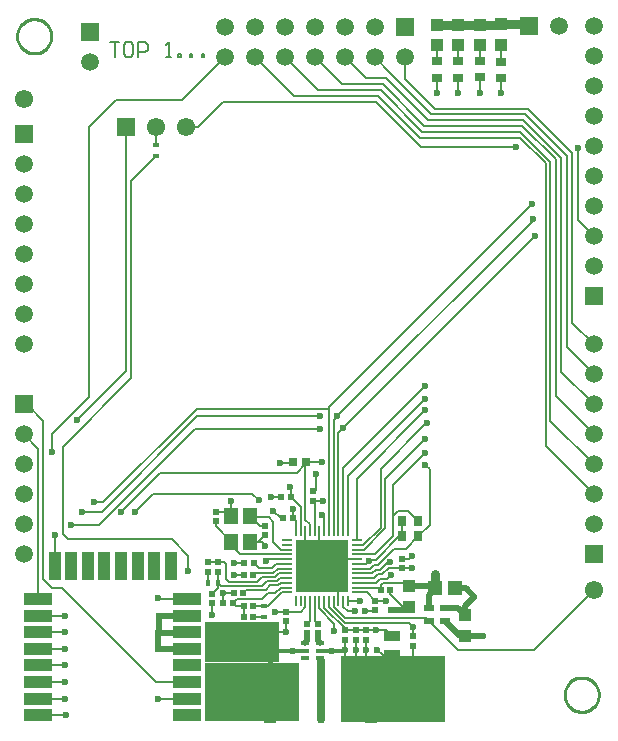
<source format=gbr>
%FSTAX23Y23*%
%MOMM*%
%SFA1B1*%

%IPPOS*%
%ADD10C,0.253999*%
%ADD11R,0.699999X0.899998*%
%ADD12R,0.519999X0.519999*%
%ADD13R,0.899998X0.699999*%
%ADD14R,0.649999X0.749999*%
%ADD15R,1.099998X1.099998*%
%ADD16R,0.519999X0.519999*%
%ADD17R,1.349997X0.949998*%
%ADD18R,1.299997X1.149998*%
%ADD19R,0.549999X0.449999*%
%ADD20R,0.449999X0.549999*%
%ADD21R,1.149998X1.399997*%
%ADD22R,0.999998X0.999998*%
%ADD23R,0.799998X0.299999*%
%ADD24R,0.849998X0.599999*%
%ADD25R,0.200000X0.899998*%
%ADD26R,0.899998X0.200000*%
%ADD27R,4.399991X4.399991*%
%ADD28R,1.019998X4.749991*%
%ADD29R,0.509999X1.909996*%
%ADD30R,0.999998X2.450095*%
%ADD31R,2.450095X0.999998*%
%ADD32C,0.200000*%
%ADD33C,0.299999*%
%ADD34C,0.799998*%
%ADD35C,0.499999*%
%ADD36C,0.749999*%
%ADD37C,0.203200*%
%ADD38C,0.534999*%
%ADD39C,0.699999*%
%ADD40C,0.150000*%
%ADD41R,8.049984X5.024990*%
%ADD42R,8.774982X5.674989*%
%ADD43R,6.224988X3.499993*%
%ADD44R,1.499997X1.499997*%
%ADD45C,1.499997*%
%ADD46C,1.549997*%
%ADD47R,1.549997X1.549997*%
%ADD48R,1.499997X1.499997*%
%ADD49C,0.599999*%
G54D10*
X50175Y02424D02*
D01*
X50171Y02526*
X50161Y02626*
X50143Y02726*
X50119Y02824*
X50087Y0292*
X50049Y03014*
X50005Y03105*
X49954Y03193*
X49898Y03277*
X49835Y03357*
X49768Y03432*
X49695Y03502*
X49617Y03567*
X49535Y03627*
X4945Y0368*
X4936Y03728*
X49268Y03769*
X49173Y03804*
X49075Y03832*
X48976Y03853*
X48876Y03867*
X48775Y03874*
X48674*
X48573Y03867*
X48473Y03853*
X48374Y03832*
X48276Y03804*
X48181Y03769*
X48089Y03728*
X47999Y0368*
X47914Y03627*
X47832Y03567*
X47754Y03502*
X47681Y03432*
X47614Y03357*
X47551Y03277*
X47495Y03193*
X47444Y03105*
X474Y03014*
X47362Y0292*
X4733Y02824*
X47306Y02726*
X47288Y02626*
X47278Y02526*
X47274Y02424*
X47278Y02323*
X47288Y02223*
X47306Y02123*
X4733Y02025*
X47362Y01928*
X474Y01835*
X47444Y01744*
X47495Y01656*
X47551Y01572*
X47614Y01492*
X47681Y01417*
X47754Y01347*
X47832Y01282*
X47914Y01222*
X47999Y01169*
X48089Y01121*
X48181Y0108*
X48276Y01045*
X48374Y01017*
X48473Y00996*
X48573Y00982*
X48674Y00975*
X48775*
X48876Y00982*
X48976Y00996*
X49075Y01017*
X49173Y01045*
X49268Y0108*
X4936Y01121*
X4945Y01169*
X49535Y01222*
X49617Y01282*
X49695Y01347*
X49768Y01417*
X49835Y01492*
X49898Y01572*
X49954Y01656*
X50005Y01744*
X50049Y01835*
X50087Y01928*
X50119Y02025*
X50143Y02123*
X50161Y02223*
X50171Y02323*
X50175Y02424*
X03825Y58174D02*
D01*
X03821Y58276*
X03811Y58376*
X03793Y58476*
X03769Y58574*
X03737Y5867*
X03699Y58764*
X03655Y58855*
X03604Y58943*
X03548Y59027*
X03485Y59107*
X03418Y59182*
X03345Y59252*
X03267Y59317*
X03185Y59377*
X031Y5943*
X0301Y59478*
X02918Y59519*
X02823Y59554*
X02725Y59582*
X02626Y59603*
X02526Y59617*
X02425Y59624*
X02324*
X02223Y59617*
X02123Y59603*
X02024Y59582*
X01926Y59554*
X01831Y59519*
X01739Y59478*
X01649Y5943*
X01564Y59377*
X01482Y59317*
X01404Y59252*
X01331Y59182*
X01264Y59107*
X01201Y59027*
X01145Y58943*
X01094Y58855*
X0105Y58764*
X01012Y5867*
X0098Y58574*
X00956Y58476*
X00938Y58376*
X00928Y58276*
X00924Y58174*
X00928Y58073*
X00938Y57973*
X00956Y57873*
X0098Y57775*
X01012Y57678*
X0105Y57585*
X01094Y57494*
X01145Y57406*
X01201Y57322*
X01264Y57242*
X01331Y57167*
X01404Y57097*
X01482Y57032*
X01564Y56972*
X01649Y56919*
X01739Y56871*
X01831Y5683*
X01926Y56795*
X02024Y56767*
X02123Y56746*
X02223Y56732*
X02324Y56725*
X02425*
X02526Y56732*
X02626Y56746*
X02725Y56767*
X02823Y56795*
X02918Y5683*
X0301Y56871*
X031Y56919*
X03185Y56972*
X03267Y57032*
X03345Y57097*
X03418Y57167*
X03485Y57242*
X03548Y57322*
X03604Y57406*
X03655Y57494*
X03699Y57585*
X03737Y57678*
X03769Y57775*
X03793Y57873*
X03811Y57973*
X03821Y58073*
X03825Y58174*
G54D11*
X33499Y15824D03*
X34899D03*
X33474Y17124D03*
X34874D03*
G54D12*
X33499Y13149D03*
Y13949D03*
X25974Y18849D03*
Y19649D03*
X31249Y10399D03*
Y09599D03*
X34474Y07374D03*
Y06574D03*
X17424Y10949D03*
Y10149D03*
X17049Y13649D03*
Y12849D03*
X17974Y13649D03*
Y12849D03*
X23674Y09449D03*
Y08649D03*
X21924Y16724D03*
Y15924D03*
X17749Y17124D03*
Y17924D03*
X29599Y07874D03*
Y07074D03*
X30474Y07874D03*
Y07074D03*
X26374Y08424D03*
Y07624D03*
X25474Y08424D03*
Y07624D03*
X28724Y07074D03*
Y07874D03*
G54D13*
X36474Y54649D03*
Y56049D03*
X40091Y54699D03*
Y56099D03*
X38283Y54649D03*
Y56049D03*
X41899Y54624D03*
Y56024D03*
G54D14*
X24249Y22099D03*
X25349D03*
G54D15*
X34149Y09849D03*
Y11649D03*
X38849Y09199D03*
Y07399D03*
G54D16*
X31699Y11299D03*
X32499D03*
X24074Y19149D03*
X23274D03*
X24274Y17349D03*
X23474D03*
X20899Y09899D03*
X20099D03*
X19174Y10149D03*
X18374D03*
X20099Y08999D03*
X20899D03*
X20049Y11049D03*
X19249D03*
X20899Y12599D03*
X20099D03*
X20949Y13599D03*
X20149D03*
G54D17*
X32674Y05774D03*
Y07374D03*
G54D18*
X36324Y11424D03*
X38024D03*
G54D19*
X21799Y08999D03*
Y09899D03*
X127Y48049D03*
Y48949D03*
G54D20*
X17049Y11899D03*
X17949D03*
G54D21*
X19074Y17549D03*
Y15349D03*
X20674Y17549D03*
Y15349D03*
G54D22*
X38283Y57449D03*
Y59149D03*
X36474Y57449D03*
Y59149D03*
X40091Y57449D03*
Y59149D03*
X419Y57474D03*
Y59174D03*
G54D23*
X25274Y05499D03*
Y06124D03*
Y06774D03*
X26574Y05499D03*
Y06124D03*
Y06774D03*
G54D24*
X37124Y08674D03*
X35774D03*
X37124Y09774D03*
X35774D03*
G54D25*
X28924Y16249D03*
X28124D03*
X27324D03*
X26524D03*
X25724D03*
X24924D03*
X24524D03*
X25324D03*
X26124D03*
X26924D03*
X27724D03*
X28524D03*
X24524Y10349D03*
X25324D03*
X26124D03*
X26924D03*
X27724D03*
X28524D03*
X28924D03*
X28124D03*
X27324D03*
X26524D03*
X25724D03*
X24924D03*
G54D26*
X29674Y11099D03*
Y11899D03*
Y127D03*
Y13499D03*
Y14299D03*
Y15099D03*
Y15499D03*
Y14699D03*
Y13899D03*
Y13099D03*
Y12299D03*
Y11499D03*
X23774Y15099D03*
Y14299D03*
Y13499D03*
Y127D03*
Y11899D03*
Y11099D03*
Y11499D03*
Y12299D03*
Y13099D03*
Y13899D03*
Y14699D03*
Y15499D03*
G54D27*
X26724Y13299D03*
G54D28*
X22379Y02374D03*
X30879D03*
G54D29*
X26629Y00954D03*
G54D30*
X12525Y13299D03*
X13925D03*
X11124D03*
X09724D03*
X08325D03*
X06925D03*
X05525D03*
X04125D03*
G54D31*
X15325Y10499D03*
Y091D03*
Y07699D03*
Y06299D03*
Y04899D03*
Y03499D03*
X02724Y10499D03*
Y091D03*
Y07699D03*
Y06299D03*
Y04899D03*
Y021D03*
Y03499D03*
X15325Y021D03*
Y007D03*
X02724D03*
G54D32*
X05999Y25649D02*
Y25699D01*
X10149Y29849*
X43499Y50099D02*
X46049Y47549D01*
X35199Y50099D02*
X43499D01*
X31699Y53599D02*
X35199Y50099D01*
X26724Y13299D02*
X27899Y12124D01*
X26524Y13499D02*
X26724Y13299D01*
X26524Y13499D02*
Y16249D01*
X29599Y06174D02*
Y07074D01*
X30474Y06174D02*
Y07074D01*
X25499Y14524D02*
X26524Y13499D01*
X21787Y15912D02*
X2185Y1585D01*
X04099Y13299D02*
Y15949D01*
X33739Y56399D02*
Y56499D01*
Y54559D02*
Y56399D01*
Y54559D02*
X36299Y51999D01*
X32499Y55099D02*
D01*
X31199Y56399D02*
X32499Y55099D01*
X30459Y54599D02*
X32199D01*
X28659Y56399D02*
X30459Y54599D01*
X28419Y54099D02*
X31899D01*
X26119Y56399D02*
X28419Y54099D01*
X26379Y53599D02*
X31699D01*
X23579Y56399D02*
X26379Y53599D01*
X24339Y53099D02*
X31499D01*
X21039Y56399D02*
X24339Y53099D01*
X14899Y52799D02*
X18499Y56399D01*
X09299Y52799D02*
X14899D01*
X26924Y16249D02*
Y17624D01*
X20849Y19399D02*
X21374Y18874D01*
X12399Y19399D02*
X20849D01*
X25349Y2205D02*
X25374Y22075D01*
X25716Y16249D02*
Y16858D01*
X09699Y17899D02*
X12999Y21199D01*
X15957Y24899D02*
X26599D01*
X07857Y16799D02*
X15957Y24899D01*
X05499Y16799D02*
X07857D01*
X03899Y24499D02*
X06999Y27599D01*
X03899Y22999D02*
Y24499D01*
X24599Y21199D02*
X25324Y21924D01*
X12999Y21199D02*
X24599D01*
X25349Y2205D02*
Y22099D01*
Y21949D02*
Y2205D01*
X25324Y21924D02*
Y2205D01*
Y17249D02*
Y21924D01*
X25349Y21949*
X23999Y19999D02*
X24074Y19924D01*
Y19149D02*
Y19924D01*
X35499Y21899D02*
X35899Y21499D01*
Y16824D02*
Y21499D01*
X34899Y15824D02*
X35899Y16824D01*
X32774Y20174D02*
X35499Y22899D01*
X32774Y17574D02*
Y20174D01*
X32099Y20699D02*
X35499Y24099D01*
X32099Y16515D02*
Y20699D01*
X36474Y53399D02*
Y54649D01*
X31699Y21565D02*
X35467Y25332D01*
X31699Y16574D02*
Y21565D01*
X29674Y20674D02*
X35499Y26499D01*
X28924Y20924D02*
X35499Y27499D01*
X30284Y14699D02*
X32099Y16515D01*
X29674Y14699D02*
X30284D01*
X30224Y15099D02*
X31699Y16574D01*
X29674Y15099D02*
X30224D01*
X29674Y15499D02*
Y20674D01*
X28524Y21624D02*
X35499Y28599D01*
X28924Y16249D02*
Y20924D01*
X28524Y16249D02*
Y21624D01*
X41899Y53399D02*
Y54624D01*
X40091Y53399D02*
Y54699D01*
X38283Y53399D02*
Y54649D01*
X33874Y14799D02*
X34899Y15824D01*
X32878Y14799D02*
X33874D01*
X32303Y14224D02*
X32878Y14799D01*
X32294Y14224D02*
X32303D01*
X31987Y13909D02*
Y13917D01*
X32294Y14224*
X31488Y13409D02*
X31987Y13909D01*
X30809Y13099D02*
X31119Y13409D01*
X31488*
X29674Y13099D02*
X30809D01*
X34049Y17949D02*
X34874Y17124D01*
X32774Y17574D02*
X33149Y17949D01*
X34049*
X32774Y15863D02*
Y17574D01*
X31211Y14299D02*
X32774Y15863D01*
X29674Y14299D02*
X31211D01*
X27999Y25999D02*
X44649Y42649D01*
X16199Y25999D02*
X26599D01*
X10899Y17899D02*
X12399Y19399D01*
X08099Y17899D02*
X16199Y25999D01*
X06399Y17899D02*
X08099D01*
X16119Y26619D02*
X27324D01*
Y26824*
X08199Y18699D02*
X16119Y26619D01*
X07399Y18699D02*
X08199D01*
X27324Y16249D02*
Y26619D01*
Y26824D02*
X44499Y43999D01*
X44599Y42642D02*
Y42699D01*
X28499Y24999D02*
X44799Y41299D01*
X28124Y24624D02*
X28499Y24999D01*
X28124Y16249D02*
Y24624D01*
X27724Y16249D02*
Y25724D01*
X27999Y25999*
X02724Y06299D02*
X04974D01*
X02724Y07699D02*
X04999D01*
X02724Y091D02*
X04999D01*
X02724Y03499D02*
X04999D01*
X02724Y10499D02*
Y23234D01*
Y007D02*
X05024D01*
X02724Y021D02*
X04974D01*
X02724Y04899D02*
X04949D01*
X04799Y23399D02*
X10599Y29199D01*
X04799Y15999D02*
Y23399D01*
Y15999D02*
X05224Y15574D01*
X13999*
X04999Y091D02*
X04999Y09099D01*
X04999Y07699D02*
X04999D01*
X04974Y06299D02*
X04999Y06324D01*
X25374Y22075D02*
D01*
X25349Y22099D02*
X26699D01*
X25324Y17249D02*
X25716Y16858D01*
X04999Y03499D02*
X04999Y03499D01*
X06999Y50499D02*
X09299Y52799D01*
X06999Y27599D02*
Y50499D01*
X10149Y29849D02*
Y50449D01*
X10599Y29199D02*
Y45949D01*
X35099Y48799D02*
X43199D01*
X31299Y52599D02*
X35099Y48799D01*
X48399Y42579D02*
Y48599D01*
Y42579D02*
X49759Y41219D01*
X48399Y48699D02*
X48599D01*
X47924Y33914D02*
Y48274D01*
X44199Y51999D02*
X47924Y48274D01*
Y33914D02*
X49759Y32079D01*
X18399Y52599D02*
X31299D01*
X16249Y50449D02*
X18399Y52599D01*
X15229Y50449D02*
X16249D01*
X34999Y49599D02*
X4354D01*
X31499Y53099D02*
X34999Y49599D01*
X35399Y50599D02*
X43699D01*
X31899Y54099D02*
X35399Y50599D01*
X35699Y51099D02*
X43799D01*
X32199Y54599D02*
X35699Y51099D01*
X35999Y51599D02*
X43899D01*
X32499Y55099D02*
X35999Y51599D01*
X36299Y51999D02*
X44199D01*
X43799Y51099D02*
X46999Y47899D01*
X43699Y50599D02*
X46524Y47774D01*
X4354Y49599D02*
X45699Y4744D01*
Y23439D02*
Y4744D01*
X46049Y25629D02*
Y47549D01*
X46524Y27694D02*
Y47774D01*
X47449Y31849D02*
Y48049D01*
X43899Y51599D02*
X47449Y48049D01*
X46999Y29759D02*
Y47899D01*
X45699Y23439D02*
X49759Y19379D01*
X41874Y59174D02*
X419D01*
X36474Y56049D02*
Y57449D01*
X28974Y10399D02*
X29999D01*
X28924Y10349D02*
X28974Y10399D01*
X28524Y09881D02*
Y10349D01*
X28906Y09499D02*
X29499D01*
X28524Y09881D02*
X28906Y09499D01*
X31884Y11884D02*
X33914D01*
X34149Y11649*
X31699Y11699D02*
X31884Y11884D01*
X31699Y11299D02*
Y11699D01*
X32499Y10974D02*
Y11299D01*
X31499Y11499D02*
X31699Y11299D01*
X32499D02*
Y11399D01*
Y10974D02*
X33624Y09849D01*
X34124Y08499D02*
X34474Y08149D01*
X28647Y08499D02*
X34124D01*
X27324Y09822D02*
X28647Y08499D01*
X35549Y08899D02*
X35774Y08674D01*
X28706Y08899D02*
X35549D01*
X27724Y09881D02*
X28706Y08899D01*
X12874Y02074D02*
X153D01*
X12725Y03499D02*
X15325D01*
X1295Y10499D02*
X15325D01*
X33302Y15824D02*
X33499D01*
X31287Y13809D02*
X33302Y15824D01*
X32324Y13699D02*
X32512D01*
X32399Y13149D02*
X33499D01*
X31859Y12609D02*
X32399Y13149D01*
X28737Y07949D02*
X28799D01*
X26924Y09762D02*
Y10349D01*
X27324Y09822D02*
Y10349D01*
X27724Y09881D02*
Y10349D01*
X26924Y09762D02*
X28737Y07949D01*
X35774Y08674D02*
X38224Y06224D01*
X22054Y12054D02*
X22929D01*
X21624Y11624D02*
X22054Y12054D01*
X18224Y11624D02*
X21624D01*
X21799Y09899D02*
X22153D01*
X22199Y10999D02*
X22794D01*
X21249Y11999D02*
X21629Y12379D01*
X22754*
X22794Y10999D02*
X23294Y11499D01*
X22153Y09899D02*
X23353Y11099D01*
X23774*
X23294Y11499D02*
X23774D01*
X23234Y11899D02*
X23774D01*
X22754Y12379D02*
X23074Y127D01*
X22929Y12054D02*
X23174Y12299D01*
X23009Y11674D02*
X23234Y11899D01*
X22374Y11674D02*
X23009D01*
X21999Y11299D02*
X22374Y11674D01*
X20299Y11299D02*
X21999D01*
X21699Y10499D02*
X22199Y10999D01*
X19524Y10499D02*
X21699D01*
X31616Y12209D02*
X32234D01*
X30759Y13809D02*
X31287D01*
X30699Y13749D02*
X30759Y13809D01*
X31634Y13009D02*
X32324Y13699D01*
X31285Y13009D02*
X31634D01*
X30975Y127D02*
X31285Y13009D01*
X29674Y127D02*
X30975D01*
X3145Y12609D02*
X31859D01*
X3114Y12299D02*
X3145Y12609D01*
X29674Y12299D02*
X3114D01*
X31306Y11899D02*
X31616Y12209D01*
X29674Y11899D02*
X31306D01*
X29674Y11499D02*
X31499D01*
X10599Y45949D02*
X127Y48049D01*
X12689Y48959D02*
X127Y48949D01*
X12689Y48959D02*
Y50449D01*
X03124Y12224D02*
X03849Y11499D01*
X03124Y12224D02*
Y25624D01*
X03849Y11499D02*
X04724D01*
X24924Y09449D02*
X25324Y09849D01*
X23674Y09449D02*
X24924D01*
X25324Y09849D02*
Y10349D01*
X46049Y25629D02*
X49759Y21919D01*
X46524Y27694D02*
X49759Y24459D01*
X46999Y29759D02*
X49759Y26999D01*
X47449Y31849D02*
X49759Y29539D01*
X24249Y17374D02*
Y18174D01*
X26199Y19749D02*
Y21074D01*
X26124Y19674D02*
X26199Y19749D01*
X13999Y15574D02*
X15374Y14199D01*
Y12924D02*
Y14199D01*
X33474Y15849D02*
X33499Y15824D01*
X33474Y15849D02*
Y17124D01*
X34124Y13949D02*
X34374Y14199D01*
X33499Y13949D02*
X34124D01*
X19424Y09899D02*
X20099D01*
X19174Y10149D02*
X19424Y09899D01*
X19174Y10149D02*
X19524Y10499D01*
X20899Y08999D02*
X21799D01*
X20899Y09899D02*
X21799D01*
X20099Y09249D02*
Y09899D01*
X17949Y11899D02*
X17974Y11924D01*
Y12849*
X18374Y10149D02*
Y11049D01*
X17949Y11899D02*
X18224Y11624D01*
X20049Y11049D02*
X20299Y11299D01*
X18374Y11049D02*
X19249D01*
X17049Y11899D02*
Y12849D01*
Y13649D02*
X17974D01*
X18424*
X18599Y12249D02*
X18849Y11999D01*
X18599Y12249D02*
Y13474D01*
X18424Y13649D02*
X18599Y13474D01*
X17949Y11474D02*
Y11899D01*
X17424Y10949D02*
X17949Y11474D01*
X33499Y13149D02*
X34374D01*
X34474Y07374D02*
Y08149D01*
X31895Y05774D02*
X32674D01*
X3142Y06249D02*
X31895Y05774D01*
X34474Y05056D02*
X34581Y04949D01*
X34474Y05056D02*
Y06574D01*
X32624Y04949D02*
X32674Y04999D01*
Y05774*
X32174Y07874D02*
X32674Y07374D01*
X31349Y07874D02*
X32174D01*
X32345Y04949D02*
X32624D01*
X32274Y0502D02*
X32345Y04949D01*
X30499Y05677D02*
Y06224D01*
X30474Y07874D02*
X31349D01*
X40091Y57449D02*
D01*
Y56099D02*
Y57449D01*
X38283Y56049D02*
Y57449D01*
X41899Y56024D02*
D01*
Y57474D01*
X17749Y16674D02*
X19074Y15349D01*
X21349D02*
X2185Y1585D01*
X18699Y17924D02*
X19074Y17549D01*
Y18749*
X26724Y17599D02*
X26899D01*
X26924Y17624*
X32234Y12209D02*
X32574Y12549D01*
X30399Y09499D02*
X31149D01*
X31249Y09599*
X26524Y09724D02*
Y10349D01*
X29674Y11099D02*
X30549D01*
X29674Y13499D02*
X30474D01*
X26724Y13299D02*
X27324Y13899D01*
X25324Y14699D02*
Y16249D01*
X22424Y19149D02*
X23274D01*
X24074D02*
X24924Y18299D01*
Y16249D02*
Y18299D01*
X24249Y17374D02*
X24274Y17349D01*
X23274D02*
X23474D01*
X22624Y17999D02*
X23274Y17349D01*
X24274D02*
X24524Y17099D01*
Y16249D02*
Y17099D01*
X27324Y13899D02*
X29674D01*
X33624Y09849D02*
X34149D01*
X32149Y10399D02*
X32174Y10374D01*
X31249Y10399D02*
X32149D01*
X30549Y11099D02*
X31249Y10399D01*
X28124Y10349D02*
Y11899D01*
X27799Y07824D02*
Y08449D01*
X26524Y09724D02*
X27799Y08449D01*
X20099Y09249D02*
D01*
X23174Y12299D02*
X23774D01*
X23074Y127D02*
X23774D01*
X19199Y13549D02*
X19249Y13599D01*
Y12599D02*
X20099D01*
X20899D02*
X21049Y12749D01*
X22624*
X22974Y13099*
X23774*
X19249Y13599D02*
X20149D01*
X20949D02*
X21424Y13124D01*
X22499*
X22874Y13499*
X23774*
X18999Y18824D02*
X19074Y18749D01*
X21349Y15349D02*
X21624D01*
X20674D02*
X21349D01*
X21624D02*
X21924Y15049D01*
X20774Y17449D02*
X22249D01*
X20774D02*
X21499Y16724D01*
X20674Y17549D02*
X20774Y17449D01*
X21499Y16724D02*
X21924D01*
X22249Y17449D02*
X22624Y17074D01*
X2185Y1585D02*
D01*
X21999Y13724D02*
X22174Y13899D01*
X23774D02*
D01*
X22174D02*
X23774D01*
X19824Y14299D02*
X23774D01*
X19074Y15049D02*
X19824Y14299D01*
X23674Y07774D02*
Y08649D01*
X22774Y09449D02*
X23674D01*
X22624Y15374D02*
Y17074D01*
Y15374D02*
X23299Y14699D01*
X23774*
X19074Y15049D02*
Y15349D01*
X41849Y59149D02*
X41874Y59174D01*
X17749Y17924D02*
X18699D01*
X17749Y16674D02*
Y17124D01*
X28699Y06224D02*
X28724Y06249D01*
Y07874D02*
X29599D01*
X30474*
X28724Y06249D02*
Y07074D01*
X38224Y06224D02*
X44659D01*
X49759Y11324*
X26124Y16249D02*
Y18699D01*
X25974Y18849D02*
X26124Y18699D01*
X25974Y18849D02*
X26799D01*
X30699Y13724D02*
Y13749D01*
X30474Y13499D02*
X30699Y13724D01*
X23174Y22074D02*
X24224D01*
X23116Y07774D02*
X23674D01*
X22374Y07033D02*
X23116Y07774D01*
X28699Y05241D02*
Y06224D01*
Y05241D02*
X28991Y04949D01*
X29624Y05434D02*
Y06224D01*
Y05434D02*
X30109Y04949D01*
X30499Y05677D02*
X31227Y04949D01*
X04949Y04899D02*
X04999Y04949D01*
X04974Y021D02*
X04999Y02074D01*
X05024Y007D02*
X05024Y00699D01*
X12874Y10574D02*
X1295Y10499D01*
X153Y02074D02*
X15325Y021D01*
X01499Y24459D02*
X02724Y23234D01*
X04724Y11499D02*
X12725Y03499D01*
X01749Y26999D02*
X03124Y25624D01*
X01499Y26999D02*
X01749D01*
X18849Y11999D02*
X21249D01*
X17424Y09174D02*
Y10149D01*
G54D33*
X24249Y06124D02*
X25324D01*
X26629D02*
X27599D01*
X22558D02*
X24249D01*
X22399Y05966D02*
X22558Y06124D01*
X27599D02*
X28599D01*
X28699Y06224*
G54D34*
X44084Y59174D02*
X44259Y58999D01*
X419Y59174D02*
X44084D01*
X40091Y59149D02*
X41849D01*
X40091D02*
D01*
X38283D02*
X40091D01*
X38283D02*
D01*
X36474D02*
X38283D01*
G54D35*
X32599Y09599D02*
X33599D01*
X12874Y06274D02*
X153D01*
X12874Y07674D02*
X153D01*
X12899Y09099D02*
X15325D01*
X12874Y06274D02*
Y07674D01*
X12899Y07699D02*
Y09099D01*
X38899Y11424D02*
X39624Y10699D01*
X38024Y11424D02*
X38899D01*
X38849Y09199D02*
Y09924D01*
X39624Y10699*
X38274Y09774D02*
X38849Y09199D01*
X37124Y09774D02*
X38274D01*
X38399Y07399D02*
X38849D01*
X37124Y08674D02*
X38399Y07399D01*
X35774Y10874D02*
X36324Y11424D01*
X34149Y11649D02*
X36049D01*
X35774Y09774D02*
Y10874D01*
X38849Y07399D02*
X40324D01*
X40349Y07374*
X15325Y09099D02*
X15325Y091D01*
X153Y07674D02*
X15325Y07699D01*
X153Y06274D02*
X15325Y06299D01*
X12874Y07674D02*
X12899Y07699D01*
G54D36*
X36324Y11424D02*
Y12649D01*
G54D37*
X26124Y08674D02*
Y10349D01*
X25724Y08674D02*
Y10349D01*
X26124Y08674D02*
X26374Y08424D01*
X25474D02*
X25724Y08674D01*
G54D38*
X26374Y06974D02*
X26574Y06774D01*
X26374Y06974D02*
Y07624D01*
X25274Y06774D02*
X25474Y06974D01*
Y07624*
G54D39*
X26629Y00349D02*
Y00954D01*
Y05299*
G54D40*
X08774Y57649D02*
X09574D01*
X09174*
Y56449*
X10574Y57649D02*
X10174D01*
X09974Y57449*
Y56649*
X10174Y56449*
X10574*
X10774Y56649*
Y57449*
X10574Y57649*
X11174Y56449D02*
Y57649D01*
X11773*
X11973Y57449*
Y57049*
X11773Y56849*
X11174*
X13573Y56449D02*
X13973D01*
X13773*
Y57649*
X13573Y57449*
X14573Y56449D02*
Y56649D01*
X14773*
Y56449*
X14573*
X15572D02*
Y56649D01*
X15772*
Y56449*
X15572*
X16572D02*
Y56649D01*
X16772*
Y56449*
X16572*
G54D41*
X20849Y02612D03*
G54D42*
X32762Y02937D03*
G54D43*
X19937Y06874D03*
G54D44*
X44259Y58999D03*
X33739Y58939D03*
G54D45*
X46799Y58999D03*
X07099Y55984D03*
X49759Y16839D03*
Y19379D03*
Y21919D03*
Y24459D03*
Y26999D03*
Y29539D03*
Y32079D03*
X01499Y24459D03*
Y21919D03*
Y19379D03*
Y16839D03*
Y14299D03*
X49759Y41219D03*
Y58999D03*
Y56459D03*
Y53919D03*
Y51379D03*
Y48839D03*
Y46299D03*
Y43759D03*
Y38679D03*
X01499Y47319D03*
Y44779D03*
Y42239D03*
Y39699D03*
Y37159D03*
Y34619D03*
Y32079D03*
X18499Y56399D03*
Y58939D03*
X21039Y56399D03*
Y58939D03*
X23579Y56399D03*
Y58939D03*
X26119Y56399D03*
Y58939D03*
X28659Y56399D03*
Y58939D03*
X31199Y56399D03*
Y58939D03*
X33739Y56399D03*
G54D46*
X49759Y11324D03*
X01499Y52849D03*
X12689Y50449D03*
X15229D03*
G54D47*
X10149Y50449D03*
G54D48*
X07099Y58524D03*
X49759Y14299D03*
X01499Y26999D03*
X49759Y36139D03*
X01499Y49859D03*
G54D49*
X05999Y25649D03*
X03899Y22999D03*
X23999Y19999D03*
X35499Y21899D03*
Y22899D03*
X35599Y254D03*
X35499Y24099D03*
X36474Y53399D03*
X35499Y26499D03*
Y27499D03*
Y28599D03*
X41899Y53399D03*
X40091D03*
X38283D03*
X26599Y25999D03*
Y24899D03*
X10899Y17899D03*
X44599Y42699D03*
X44799Y41299D03*
X28499Y24999D03*
X27999Y25999D03*
X07399Y18699D03*
X06399Y17899D03*
X05499Y16799D03*
X04999Y09099D03*
Y07699D03*
X44499Y43999D03*
X04999Y06324D03*
X26699Y22099D03*
X09699Y17899D03*
X04999Y03499D03*
X48399Y48699D03*
X43199Y48799D03*
X29999Y10399D03*
X29499Y09499D03*
X32599Y09599D03*
X32512Y13699D03*
X21374Y18874D03*
X24249Y18174D03*
X26199Y21074D03*
X32624Y04949D03*
X3142Y06249D03*
X34474Y08149D03*
X26724Y17599D03*
X23174Y22074D03*
X15374Y12924D03*
X32574Y12549D03*
X30399Y09499D03*
X34374Y13149D03*
X25474Y13299D03*
X26674Y14499D03*
X27874D03*
X26674Y13299D03*
X25474Y14499D03*
X27974Y13299D03*
X27874Y12099D03*
X36324Y12649D03*
X22424Y19149D03*
X22624Y17999D03*
X39624Y10699D03*
X32174Y10374D03*
X27799Y07824D03*
X18374Y11049D03*
X19249Y12599D03*
Y13599D03*
X18999Y18824D03*
X21924Y15049D03*
X21999Y13724D03*
X22774Y09449D03*
X23674Y07774D03*
X25474Y12099D03*
X26674D03*
X28699Y06224D03*
X30499D03*
X29624D03*
X31349Y07874D03*
X26799Y18849D03*
X40349Y07374D03*
X24249Y06124D03*
X27599D03*
X34374Y14199D03*
X30699Y13749D03*
X31999Y01616D03*
Y00549D03*
Y02683D03*
X28874Y01566D03*
Y00499D03*
X28849Y02633D03*
Y03699D03*
X29849Y01541D03*
Y00474D03*
X29824Y02608D03*
Y03674D03*
X34274Y01691D03*
X36549Y00624D03*
X34581Y04949D03*
X35699D03*
X24399Y01641D03*
Y00574D03*
X24374Y02708D03*
Y03774D03*
X23424Y01616D03*
Y00549D03*
X23399Y02683D03*
Y03749D03*
X20149Y01791D03*
Y00724D03*
X20124Y02858D03*
Y03924D03*
X18274Y01841D03*
Y00774D03*
X18249Y02908D03*
Y03974D03*
X18324Y05941D03*
Y04874D03*
X18299Y07008D03*
Y08074D03*
X20174Y05916D03*
Y04849D03*
X20149Y06983D03*
Y08049D03*
X22399Y05966D03*
Y04899D03*
X22374Y07033D03*
Y08099D03*
X30109Y04949D03*
X28991D03*
X36549Y02758D03*
X34274D03*
Y03824D03*
X36549D03*
X34274Y00624D03*
X36549Y01691D03*
X31999Y03749D03*
X04999Y02074D03*
X05024Y00699D03*
X04999Y04949D03*
X12899Y09099D03*
X12874Y07674D03*
Y06274D03*
Y10574D03*
Y02074D03*
X04099Y15949D03*
X17424Y09174D03*
M02*
</source>
